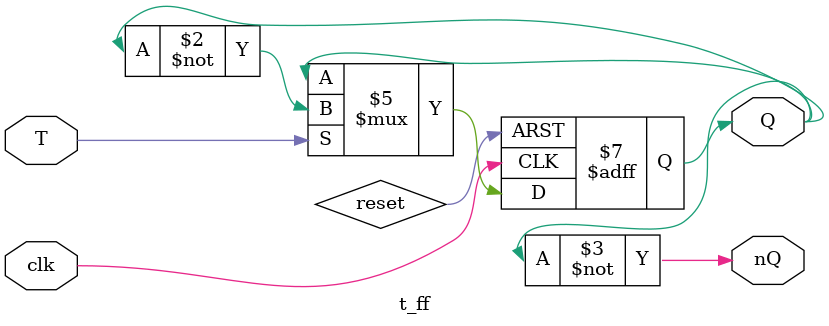
<source format=v>
module t_ff (
    input T,
    input clk,
    output reg Q,
    output wire nQ
);

    // Set initial state to 0
    initial begin
        Q <= 1'b0;
    end

    // Edge-sensitive logic
    always @(posedge clk, posedge reset) begin 
        if (reset) begin
            Q <= 1'b0;      // Asynchronous Reset
        end else if (T) begin
            Q <= ~Q;
    end
end

    // Output for the inverted state (~Q)
    assign nQ = ~Q;


endmodule

</source>
